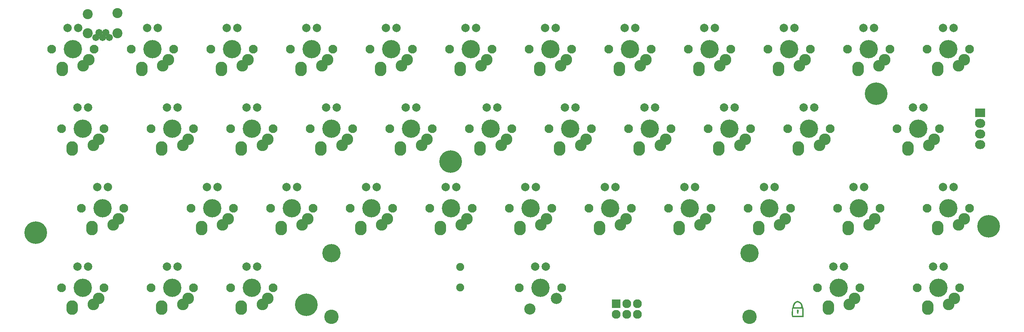
<source format=gbr>
G04 #@! TF.FileFunction,Soldermask,Top*
%FSLAX46Y46*%
G04 Gerber Fmt 4.6, Leading zero omitted, Abs format (unit mm)*
G04 Created by KiCad (PCBNEW 4.0.1-stable) date 6/23/2016 10:15:52 PM*
%MOMM*%
G01*
G04 APERTURE LIST*
%ADD10C,0.100000*%
%ADD11C,0.010000*%
%ADD12C,1.705560*%
%ADD13C,2.400000*%
%ADD14R,2.127200X2.127200*%
%ADD15O,2.127200X2.127200*%
%ADD16R,2.432000X2.127200*%
%ADD17O,2.432000X2.127200*%
%ADD18C,4.380180*%
%ADD19O,2.784001X3.480000*%
%ADD20C,2.777011*%
%ADD21C,2.099260*%
%ADD22C,1.901140*%
%ADD23C,2.000200*%
%ADD24C,2.686000*%
%ADD25C,4.387800*%
%ADD26C,2.101800*%
%ADD27C,3.448000*%
%ADD28C,5.401260*%
G04 APERTURE END LIST*
D10*
D11*
G36*
X220381725Y-113520741D02*
X220760984Y-113801410D01*
X221026629Y-114180174D01*
X221107000Y-114518830D01*
X221150137Y-114830976D01*
X221239696Y-115016896D01*
X221301889Y-115207746D01*
X221335920Y-115590390D01*
X221336663Y-116103673D01*
X221334946Y-116153546D01*
X221297500Y-117157500D01*
X220021079Y-117193413D01*
X219474568Y-117200222D01*
X219026030Y-117189757D01*
X218734101Y-117164288D01*
X218655829Y-117140496D01*
X218604411Y-116966724D01*
X218575585Y-116622443D01*
X218567996Y-116183704D01*
X218580288Y-115726560D01*
X218611107Y-115327064D01*
X218636034Y-115189000D01*
X218821000Y-115189000D01*
X218821000Y-116967000D01*
X221107000Y-116967000D01*
X221107000Y-115189000D01*
X218821000Y-115189000D01*
X218636034Y-115189000D01*
X218659096Y-115061269D01*
X218694000Y-114998500D01*
X218784566Y-114827281D01*
X218816059Y-114576137D01*
X219075000Y-114576137D01*
X219075000Y-114935000D01*
X219964000Y-114935000D01*
X220428252Y-114930951D01*
X220693925Y-114904633D01*
X220816435Y-114834783D01*
X220851201Y-114700141D01*
X220853000Y-114593935D01*
X220747336Y-114209381D01*
X220481645Y-113879326D01*
X220132879Y-113685819D01*
X219981797Y-113665000D01*
X219592864Y-113778290D01*
X219268402Y-114064317D01*
X219088790Y-114442318D01*
X219075000Y-114576137D01*
X218816059Y-114576137D01*
X218821000Y-114536735D01*
X218934848Y-114116879D01*
X219226989Y-113741524D01*
X219623319Y-113483657D01*
X219964000Y-113411000D01*
X220381725Y-113520741D01*
X220381725Y-113520741D01*
G37*
X220381725Y-113520741D02*
X220760984Y-113801410D01*
X221026629Y-114180174D01*
X221107000Y-114518830D01*
X221150137Y-114830976D01*
X221239696Y-115016896D01*
X221301889Y-115207746D01*
X221335920Y-115590390D01*
X221336663Y-116103673D01*
X221334946Y-116153546D01*
X221297500Y-117157500D01*
X220021079Y-117193413D01*
X219474568Y-117200222D01*
X219026030Y-117189757D01*
X218734101Y-117164288D01*
X218655829Y-117140496D01*
X218604411Y-116966724D01*
X218575585Y-116622443D01*
X218567996Y-116183704D01*
X218580288Y-115726560D01*
X218611107Y-115327064D01*
X218636034Y-115189000D01*
X218821000Y-115189000D01*
X218821000Y-116967000D01*
X221107000Y-116967000D01*
X221107000Y-115189000D01*
X218821000Y-115189000D01*
X218636034Y-115189000D01*
X218659096Y-115061269D01*
X218694000Y-114998500D01*
X218784566Y-114827281D01*
X218816059Y-114576137D01*
X219075000Y-114576137D01*
X219075000Y-114935000D01*
X219964000Y-114935000D01*
X220428252Y-114930951D01*
X220693925Y-114904633D01*
X220816435Y-114834783D01*
X220851201Y-114700141D01*
X220853000Y-114593935D01*
X220747336Y-114209381D01*
X220481645Y-113879326D01*
X220132879Y-113685819D01*
X219981797Y-113665000D01*
X219592864Y-113778290D01*
X219268402Y-114064317D01*
X219088790Y-114442318D01*
X219075000Y-114576137D01*
X218816059Y-114576137D01*
X218821000Y-114536735D01*
X218934848Y-114116879D01*
X219226989Y-113741524D01*
X219623319Y-113483657D01*
X219964000Y-113411000D01*
X220381725Y-113520741D01*
G36*
X220077378Y-115512849D02*
X220133432Y-115695492D01*
X220130799Y-115981984D01*
X220082181Y-116266312D01*
X220000283Y-116442466D01*
X219964000Y-116459000D01*
X219880008Y-116348262D01*
X219806846Y-116078432D01*
X219801535Y-116046250D01*
X219793060Y-115706170D01*
X219870083Y-115492844D01*
X220005815Y-115458077D01*
X220077378Y-115512849D01*
X220077378Y-115512849D01*
G37*
X220077378Y-115512849D02*
X220133432Y-115695492D01*
X220130799Y-115981984D01*
X220082181Y-116266312D01*
X220000283Y-116442466D01*
X219964000Y-116459000D01*
X219880008Y-116348262D01*
X219806846Y-116078432D01*
X219801535Y-116046250D01*
X219793060Y-115706170D01*
X219870083Y-115492844D01*
X220005815Y-115458077D01*
X220077378Y-115512849D01*
D12*
X53594000Y-50309780D03*
X54391560Y-49110900D03*
X51996340Y-50309780D03*
X52796440Y-49110900D03*
D13*
X50038000Y-44704000D03*
X57150000Y-44450000D03*
D12*
X55191660Y-50309780D03*
D13*
X57150000Y-49276000D03*
X50038000Y-49276000D03*
D14*
X176530000Y-114046000D03*
D15*
X176530000Y-116586000D03*
X179070000Y-114046000D03*
X179070000Y-116586000D03*
X181610000Y-114046000D03*
X181610000Y-116586000D03*
D16*
X263652000Y-68326000D03*
D17*
X263652000Y-70866000D03*
X263652000Y-73406000D03*
X263652000Y-75946000D03*
D18*
X46482000Y-53086000D03*
D19*
X43962000Y-57876000D03*
D20*
X50292000Y-55626000D03*
D21*
X51562000Y-53086000D03*
X41402000Y-53086000D03*
D20*
X48982000Y-57086000D03*
D18*
X65532000Y-53086000D03*
D19*
X63012000Y-57876000D03*
D20*
X69342000Y-55626000D03*
D21*
X70612000Y-53086000D03*
X60452000Y-53086000D03*
D20*
X68032000Y-57086000D03*
D18*
X84582000Y-53086000D03*
D19*
X82062000Y-57876000D03*
D20*
X88392000Y-55626000D03*
D21*
X89662000Y-53086000D03*
X79502000Y-53086000D03*
D20*
X87082000Y-57086000D03*
D18*
X103632000Y-53086000D03*
D19*
X101112000Y-57876000D03*
D20*
X107442000Y-55626000D03*
D21*
X108712000Y-53086000D03*
X98552000Y-53086000D03*
D20*
X106132000Y-57086000D03*
D18*
X122682000Y-53086000D03*
D19*
X120162000Y-57876000D03*
D20*
X126492000Y-55626000D03*
D21*
X127762000Y-53086000D03*
X117602000Y-53086000D03*
D20*
X125182000Y-57086000D03*
D18*
X141732000Y-53086000D03*
D19*
X139212000Y-57876000D03*
D20*
X145542000Y-55626000D03*
D21*
X146812000Y-53086000D03*
X136652000Y-53086000D03*
D20*
X144232000Y-57086000D03*
D18*
X160782000Y-53086000D03*
D19*
X158262000Y-57876000D03*
D20*
X164592000Y-55626000D03*
D21*
X165862000Y-53086000D03*
X155702000Y-53086000D03*
D20*
X163282000Y-57086000D03*
D18*
X179832000Y-53086000D03*
D19*
X177312000Y-57876000D03*
D20*
X183642000Y-55626000D03*
D21*
X184912000Y-53086000D03*
X174752000Y-53086000D03*
D20*
X182332000Y-57086000D03*
D18*
X198882000Y-53086000D03*
D19*
X196362000Y-57876000D03*
D20*
X202692000Y-55626000D03*
D21*
X203962000Y-53086000D03*
X193802000Y-53086000D03*
D20*
X201382000Y-57086000D03*
D18*
X217932000Y-53086000D03*
D19*
X215412000Y-57876000D03*
D20*
X221742000Y-55626000D03*
D21*
X223012000Y-53086000D03*
X212852000Y-53086000D03*
D20*
X220432000Y-57086000D03*
D18*
X236982000Y-53086000D03*
D19*
X234462000Y-57876000D03*
D20*
X240792000Y-55626000D03*
D21*
X242062000Y-53086000D03*
X231902000Y-53086000D03*
D20*
X239482000Y-57086000D03*
D18*
X48864520Y-72136000D03*
D19*
X46344520Y-76926000D03*
D20*
X52674520Y-74676000D03*
D21*
X53944520Y-72136000D03*
X43784520Y-72136000D03*
D20*
X51364520Y-76136000D03*
D18*
X70295770Y-72136000D03*
D19*
X67775770Y-76926000D03*
D20*
X74105770Y-74676000D03*
D21*
X75375770Y-72136000D03*
X65215770Y-72136000D03*
D20*
X72795770Y-76136000D03*
D18*
X89345770Y-72136000D03*
D19*
X86825770Y-76926000D03*
D20*
X93155770Y-74676000D03*
D21*
X94425770Y-72136000D03*
X84265770Y-72136000D03*
D20*
X91845770Y-76136000D03*
D18*
X108395770Y-72136000D03*
D19*
X105875770Y-76926000D03*
D20*
X112205770Y-74676000D03*
D21*
X113475770Y-72136000D03*
X103315770Y-72136000D03*
D20*
X110895770Y-76136000D03*
D18*
X127445770Y-72136000D03*
D19*
X124925770Y-76926000D03*
D20*
X131255770Y-74676000D03*
D21*
X132525770Y-72136000D03*
X122365770Y-72136000D03*
D20*
X129945770Y-76136000D03*
D18*
X146495770Y-72136000D03*
D19*
X143975770Y-76926000D03*
D20*
X150305770Y-74676000D03*
D21*
X151575770Y-72136000D03*
X141415770Y-72136000D03*
D20*
X148995770Y-76136000D03*
D18*
X165545770Y-72136000D03*
D19*
X163025770Y-76926000D03*
D20*
X169355770Y-74676000D03*
D21*
X170625770Y-72136000D03*
X160465770Y-72136000D03*
D20*
X168045770Y-76136000D03*
D18*
X184595770Y-72136000D03*
D19*
X182075770Y-76926000D03*
D20*
X188405770Y-74676000D03*
D21*
X189675770Y-72136000D03*
X179515770Y-72136000D03*
D20*
X187095770Y-76136000D03*
D18*
X203645770Y-72136000D03*
D19*
X201125770Y-76926000D03*
D20*
X207455770Y-74676000D03*
D21*
X208725770Y-72136000D03*
X198565770Y-72136000D03*
D20*
X206145770Y-76136000D03*
D18*
X222695770Y-72136000D03*
D19*
X220175770Y-76926000D03*
D20*
X226505770Y-74676000D03*
D21*
X227775770Y-72136000D03*
X217615770Y-72136000D03*
D20*
X225195770Y-76136000D03*
D18*
X248889520Y-72136000D03*
D19*
X246369520Y-76926000D03*
D20*
X252699520Y-74676000D03*
D21*
X253969520Y-72136000D03*
X243809520Y-72136000D03*
D20*
X251389520Y-76136000D03*
D18*
X53625750Y-91186000D03*
D19*
X51105750Y-95976000D03*
D20*
X57435750Y-93726000D03*
D21*
X58705750Y-91186000D03*
X48545750Y-91186000D03*
D20*
X56125750Y-95186000D03*
D18*
X79819500Y-91186000D03*
D19*
X77299500Y-95976000D03*
D20*
X83629500Y-93726000D03*
D21*
X84899500Y-91186000D03*
X74739500Y-91186000D03*
D20*
X82319500Y-95186000D03*
D18*
X98869500Y-91186000D03*
D19*
X96349500Y-95976000D03*
D20*
X102679500Y-93726000D03*
D21*
X103949500Y-91186000D03*
X93789500Y-91186000D03*
D20*
X101369500Y-95186000D03*
D18*
X117919500Y-91186000D03*
D19*
X115399500Y-95976000D03*
D20*
X121729500Y-93726000D03*
D21*
X122999500Y-91186000D03*
X112839500Y-91186000D03*
D20*
X120419500Y-95186000D03*
D18*
X136969500Y-91186000D03*
D19*
X134449500Y-95976000D03*
D20*
X140779500Y-93726000D03*
D21*
X142049500Y-91186000D03*
X131889500Y-91186000D03*
D20*
X139469500Y-95186000D03*
D18*
X156019500Y-91186000D03*
D19*
X153499500Y-95976000D03*
D20*
X159829500Y-93726000D03*
D21*
X161099500Y-91186000D03*
X150939500Y-91186000D03*
D20*
X158519500Y-95186000D03*
D18*
X175069500Y-91186000D03*
D19*
X172549500Y-95976000D03*
D20*
X178879500Y-93726000D03*
D21*
X180149500Y-91186000D03*
X169989500Y-91186000D03*
D20*
X177569500Y-95186000D03*
D18*
X194119500Y-91186000D03*
D19*
X191599500Y-95976000D03*
D20*
X197929500Y-93726000D03*
D21*
X199199500Y-91186000D03*
X189039500Y-91186000D03*
D20*
X196619500Y-95186000D03*
D18*
X213169500Y-91186000D03*
D19*
X210649500Y-95976000D03*
D20*
X216979500Y-93726000D03*
D21*
X218249500Y-91186000D03*
X208089500Y-91186000D03*
D20*
X215669500Y-95186000D03*
D18*
X234600750Y-91186000D03*
D19*
X232080750Y-95976000D03*
D20*
X238410750Y-93726000D03*
D21*
X239680750Y-91186000D03*
X229520750Y-91186000D03*
D20*
X237100750Y-95186000D03*
D18*
X256032000Y-91186000D03*
D19*
X253512000Y-95976000D03*
D20*
X259842000Y-93726000D03*
D21*
X261112000Y-91186000D03*
X250952000Y-91186000D03*
D20*
X258532000Y-95186000D03*
D18*
X48864520Y-110236000D03*
D19*
X46344520Y-115026000D03*
D20*
X52674520Y-112776000D03*
D21*
X53944520Y-110236000D03*
X43784520Y-110236000D03*
D20*
X51364520Y-114236000D03*
D18*
X70295770Y-110236000D03*
D19*
X67775770Y-115026000D03*
D20*
X74105770Y-112776000D03*
D21*
X75375770Y-110236000D03*
X65215770Y-110236000D03*
D20*
X72795770Y-114236000D03*
D18*
X89345770Y-110236000D03*
D19*
X86825770Y-115026000D03*
D20*
X93155770Y-112776000D03*
D21*
X94425770Y-110236000D03*
X84265770Y-110236000D03*
D20*
X91845770Y-114236000D03*
D18*
X229839520Y-110236000D03*
D19*
X227319520Y-115026000D03*
D20*
X233649520Y-112776000D03*
D21*
X234919520Y-110236000D03*
X224759520Y-110236000D03*
D20*
X232339520Y-114236000D03*
D18*
X253652020Y-110236000D03*
D19*
X251132020Y-115026000D03*
D20*
X257462020Y-112776000D03*
D21*
X258732020Y-110236000D03*
X248572020Y-110236000D03*
D20*
X256152020Y-114236000D03*
D18*
X256032000Y-53086000D03*
D19*
X253512000Y-57876000D03*
D20*
X259842000Y-55626000D03*
D21*
X261112000Y-53086000D03*
X250952000Y-53086000D03*
D20*
X258532000Y-57086000D03*
D22*
X139192000Y-105255060D03*
X139192000Y-110136940D03*
D23*
X64262000Y-48006000D03*
X66802000Y-48006000D03*
X102362000Y-48006000D03*
X104902000Y-48006000D03*
X121412000Y-48006000D03*
X123952000Y-48006000D03*
X140462000Y-48006000D03*
X143002000Y-48006000D03*
X159512000Y-48006000D03*
X162052000Y-48006000D03*
X178562000Y-48006000D03*
X181102000Y-48006000D03*
X197612000Y-48006000D03*
X200152000Y-48006000D03*
X216662000Y-48006000D03*
X219202000Y-48006000D03*
X235712000Y-48006000D03*
X238252000Y-48006000D03*
X254762000Y-48006000D03*
X257302000Y-48006000D03*
X47594520Y-67056000D03*
X50134520Y-67056000D03*
X45212000Y-48006000D03*
X47752000Y-48006000D03*
X83312000Y-48006000D03*
X85852000Y-48006000D03*
X69025770Y-67056000D03*
X71565770Y-67056000D03*
X88075770Y-67056000D03*
X90615770Y-67056000D03*
X107125770Y-67056000D03*
X109665770Y-67056000D03*
X126175770Y-67056000D03*
X128715770Y-67056000D03*
X145542000Y-67056000D03*
X148082000Y-67056000D03*
X164275770Y-67056000D03*
X166815770Y-67056000D03*
X183325770Y-67056000D03*
X185865770Y-67056000D03*
X202375770Y-67056000D03*
X204915770Y-67056000D03*
X221425770Y-67056000D03*
X223965770Y-67056000D03*
X247619520Y-67056000D03*
X250159520Y-67056000D03*
X52355750Y-86106000D03*
X54895750Y-86106000D03*
X78549500Y-86106000D03*
X81089500Y-86106000D03*
X97599500Y-86106000D03*
X100139500Y-86106000D03*
X116649500Y-86106000D03*
X119189500Y-86106000D03*
X135699500Y-86106000D03*
X138239500Y-86106000D03*
X154749500Y-86106000D03*
X157289500Y-86106000D03*
X173799500Y-86106000D03*
X176339500Y-86106000D03*
X192849500Y-86106000D03*
X195389500Y-86106000D03*
X211899500Y-86106000D03*
X214439500Y-86106000D03*
X233330750Y-86106000D03*
X235870750Y-86106000D03*
X254762000Y-86106000D03*
X257302000Y-86106000D03*
X47594520Y-105156000D03*
X50134520Y-105156000D03*
X69025770Y-105156000D03*
X71565770Y-105156000D03*
X88075770Y-105156000D03*
X90615770Y-105156000D03*
X157132020Y-105156000D03*
X159672020Y-105156000D03*
X228569520Y-105156000D03*
X231109520Y-105156000D03*
X252382020Y-105156000D03*
X254922020Y-105156000D03*
D24*
X155862020Y-115316000D03*
X162212020Y-112776000D03*
D25*
X158402020Y-110236000D03*
D26*
X163482020Y-110236000D03*
X153322020Y-110236000D03*
D27*
X208440020Y-117221000D03*
X108364020Y-117221000D03*
D25*
X208440020Y-101981000D03*
X108364020Y-101981000D03*
D28*
X37592000Y-97028000D03*
X265684000Y-95504000D03*
X102362000Y-114300000D03*
X238760000Y-63754000D03*
X136906000Y-80010000D03*
M02*

</source>
